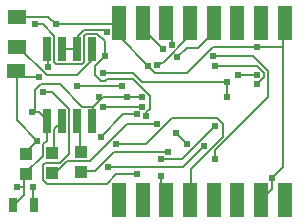
<source format=gbl>
G75*
%MOIN*%
%OFA0B0*%
%FSLAX25Y25*%
%IPPOS*%
%LPD*%
%AMOC8*
5,1,8,0,0,1.08239X$1,22.5*
%
%ADD10R,0.03150X0.04724*%
%ADD11R,0.06000X0.05000*%
%ADD12R,0.02600X0.08000*%
%ADD13R,0.03937X0.04331*%
%ADD14R,0.04724X0.11811*%
%ADD15C,0.00500*%
%ADD16C,0.02400*%
D10*
X0030559Y0008500D03*
X0037646Y0008500D03*
D11*
X0031620Y0053104D03*
X0031952Y0061147D03*
X0031928Y0071027D03*
D12*
X0041854Y0060488D03*
X0046854Y0060488D03*
X0051854Y0060488D03*
X0056854Y0060488D03*
X0056854Y0036288D03*
X0051854Y0036288D03*
X0046854Y0036288D03*
X0041854Y0036288D03*
D13*
X0053370Y0026074D03*
X0053370Y0019381D03*
X0043703Y0018997D03*
X0043703Y0025690D03*
X0034830Y0025441D03*
X0034830Y0018748D03*
D14*
X0065987Y0010013D03*
X0073861Y0010013D03*
X0081735Y0010013D03*
X0089609Y0010013D03*
X0097483Y0010013D03*
X0105357Y0010013D03*
X0113231Y0010013D03*
X0121105Y0010013D03*
X0121105Y0069068D03*
X0113231Y0069068D03*
X0105357Y0069068D03*
X0097483Y0069068D03*
X0089609Y0069068D03*
X0081735Y0069068D03*
X0073861Y0069068D03*
X0065987Y0069068D03*
D15*
X0066154Y0068555D01*
X0066154Y0064180D01*
X0075529Y0054805D01*
X0078029Y0052305D01*
X0088654Y0052305D01*
X0097404Y0061055D01*
X0111779Y0061055D01*
X0120529Y0061055D01*
X0120529Y0068555D01*
X0121105Y0069068D01*
X0120529Y0061055D02*
X0120529Y0021055D01*
X0116779Y0017305D01*
X0116779Y0013555D01*
X0113654Y0010430D01*
X0113231Y0010013D01*
X0098029Y0023555D02*
X0098029Y0026680D01*
X0115529Y0044180D01*
X0115529Y0052930D01*
X0110529Y0057930D01*
X0097404Y0057930D01*
X0098029Y0054805D02*
X0111779Y0054805D01*
X0114279Y0052305D01*
X0114279Y0051055D01*
X0111779Y0048555D01*
X0111779Y0051680D02*
X0105529Y0051680D01*
X0101779Y0049180D02*
X0073654Y0049180D01*
X0070529Y0052305D01*
X0060529Y0052305D01*
X0061779Y0050430D02*
X0061154Y0049805D01*
X0059904Y0049805D01*
X0058029Y0051680D01*
X0058029Y0054805D01*
X0061154Y0057930D01*
X0061154Y0062930D01*
X0058654Y0065430D01*
X0054904Y0065430D01*
X0054279Y0064805D01*
X0054279Y0056055D01*
X0053654Y0055430D01*
X0044904Y0055430D01*
X0044279Y0056055D01*
X0044279Y0064805D01*
X0040529Y0068555D01*
X0038029Y0068555D01*
X0042404Y0071055D02*
X0044904Y0068555D01*
X0065529Y0068555D01*
X0065987Y0069068D01*
X0061779Y0066055D02*
X0061154Y0066680D01*
X0054279Y0066680D01*
X0052404Y0064805D01*
X0052404Y0061055D01*
X0051854Y0060488D01*
X0051779Y0060430D01*
X0047404Y0060430D01*
X0046854Y0060488D01*
X0042404Y0060430D02*
X0041854Y0060488D01*
X0042404Y0060430D02*
X0042404Y0054180D01*
X0041779Y0051680D02*
X0051779Y0051680D01*
X0056779Y0056680D01*
X0056779Y0060430D01*
X0056854Y0060488D01*
X0061779Y0050430D02*
X0070529Y0050430D01*
X0076154Y0044805D01*
X0076154Y0040430D01*
X0074904Y0039180D01*
X0074904Y0037930D01*
X0071779Y0038555D02*
X0067404Y0038555D01*
X0059904Y0031055D01*
X0064904Y0028555D02*
X0074904Y0028555D01*
X0083654Y0037305D01*
X0098654Y0037305D01*
X0100529Y0035430D01*
X0100529Y0031055D01*
X0089904Y0020430D01*
X0089904Y0010430D01*
X0089609Y0010013D01*
X0081735Y0010013D02*
X0081154Y0010430D01*
X0079904Y0011680D01*
X0079904Y0017930D01*
X0079904Y0023555D02*
X0086779Y0023555D01*
X0098029Y0034805D01*
X0094279Y0027930D02*
X0087404Y0021055D01*
X0062404Y0021055D01*
X0064904Y0018555D02*
X0071779Y0018555D01*
X0064904Y0018555D02*
X0061779Y0015430D01*
X0041779Y0015430D01*
X0040529Y0016680D01*
X0040529Y0021680D01*
X0041154Y0022305D01*
X0046154Y0022305D01*
X0049279Y0025430D01*
X0049279Y0040430D01*
X0043654Y0046055D01*
X0040529Y0046055D01*
X0038029Y0046680D02*
X0038029Y0039180D01*
X0036779Y0039180D01*
X0038029Y0039180D02*
X0039279Y0039180D01*
X0041779Y0036680D01*
X0041854Y0036288D01*
X0041779Y0036055D01*
X0041779Y0029805D01*
X0040529Y0028555D01*
X0040529Y0024805D01*
X0034904Y0019180D01*
X0034830Y0018748D01*
X0034279Y0018555D01*
X0034279Y0014180D01*
X0031779Y0014180D01*
X0034279Y0014180D02*
X0034279Y0011680D01*
X0031154Y0008555D01*
X0030559Y0008500D01*
X0037404Y0008555D02*
X0037404Y0014180D01*
X0043703Y0018997D02*
X0044279Y0018555D01*
X0048654Y0022930D01*
X0056154Y0022930D01*
X0068654Y0035430D01*
X0078654Y0035430D01*
X0084904Y0032305D02*
X0088654Y0028555D01*
X0082404Y0026055D02*
X0064279Y0026055D01*
X0058029Y0019805D01*
X0053654Y0019805D01*
X0053370Y0019381D01*
X0053370Y0026074D02*
X0053029Y0026680D01*
X0053029Y0035430D01*
X0052404Y0036055D01*
X0051854Y0036288D01*
X0056854Y0036288D02*
X0057404Y0036680D01*
X0057404Y0041055D01*
X0053654Y0041055D01*
X0046154Y0048555D01*
X0039904Y0048555D01*
X0038029Y0046680D01*
X0039279Y0051055D02*
X0031779Y0051055D01*
X0031620Y0053104D01*
X0031779Y0052930D01*
X0031779Y0051055D01*
X0031779Y0036680D01*
X0038654Y0029805D01*
X0034904Y0026055D01*
X0034830Y0025441D01*
X0043703Y0025690D02*
X0044279Y0026055D01*
X0044279Y0033555D01*
X0046779Y0036055D01*
X0046854Y0036288D01*
X0057404Y0041055D02*
X0059904Y0043555D01*
X0059279Y0044180D01*
X0059904Y0043555D02*
X0060529Y0044180D01*
X0068654Y0044180D01*
X0073654Y0044180D01*
X0073654Y0041055D02*
X0060529Y0041055D01*
X0066779Y0047930D02*
X0051779Y0047930D01*
X0041779Y0051680D02*
X0032404Y0061055D01*
X0031952Y0061147D01*
X0031928Y0071027D02*
X0032404Y0071055D01*
X0042404Y0071055D01*
X0073861Y0069068D02*
X0074279Y0068555D01*
X0074279Y0066680D01*
X0080529Y0060430D01*
X0083529Y0061830D02*
X0083579Y0067030D01*
X0081929Y0068680D01*
X0081735Y0069068D01*
X0089079Y0068680D02*
X0089079Y0064380D01*
X0080829Y0056130D01*
X0078629Y0054930D01*
X0085379Y0057630D02*
X0088679Y0060630D01*
X0092279Y0060630D01*
X0097483Y0065834D01*
X0097483Y0069068D01*
X0089609Y0069068D02*
X0089079Y0068680D01*
X0101779Y0049180D02*
X0101779Y0044180D01*
X0037646Y0008500D02*
X0037404Y0008555D01*
D16*
X0037404Y0014180D03*
X0031779Y0014180D03*
X0038654Y0029805D03*
X0036779Y0039180D03*
X0040529Y0046055D03*
X0039279Y0051055D03*
X0042404Y0054180D03*
X0051779Y0047930D03*
X0059279Y0044180D03*
X0060529Y0041055D03*
X0068654Y0044180D03*
X0066779Y0047930D03*
X0060529Y0052305D03*
X0061154Y0057930D03*
X0061779Y0066055D03*
X0075529Y0054805D03*
X0078629Y0054930D03*
X0080529Y0060430D03*
X0083529Y0061830D03*
X0085379Y0057630D03*
X0097404Y0057930D03*
X0098029Y0054805D03*
X0101779Y0049180D03*
X0105529Y0051680D03*
X0111779Y0051680D03*
X0111779Y0048555D03*
X0101779Y0044180D03*
X0098029Y0034805D03*
X0094279Y0027930D03*
X0098029Y0023555D03*
X0088654Y0028555D03*
X0082404Y0026055D03*
X0079904Y0023555D03*
X0079904Y0017930D03*
X0071779Y0018555D03*
X0062404Y0021055D03*
X0064904Y0028555D03*
X0059904Y0031055D03*
X0071779Y0038555D03*
X0073654Y0041055D03*
X0073654Y0044180D03*
X0074904Y0037930D03*
X0078654Y0035430D03*
X0084904Y0032305D03*
X0116779Y0017305D03*
X0111779Y0061055D03*
X0044904Y0068555D03*
X0038029Y0068555D03*
M02*

</source>
